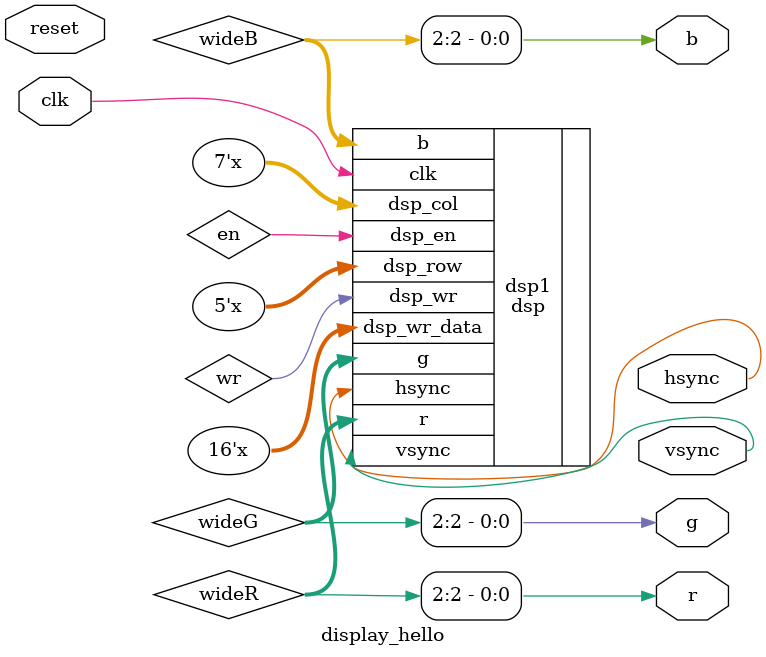
<source format=v>

module display_hello(clk, reset, hsync, vsync, r, g, b);

    input clk;
    input reset;
    output hsync;
    output vsync;
    output r;
    output g;
    output b;

	wire[2:0] wideR;
	wire[2:0] wideG;
	wire[2:0] wideB;
	assign r = wideR[2];
	assign g = wideG[2];
	assign b = wideB[2];

	dsp dsp1 (.clk(clk),
		.dsp_row(addr[13:9]), // TODO
		.dsp_col(addr[8:2]), // TODO
		.dsp_en(en), // TODO
		.dsp_wr(wr), // TODO
		.dsp_wr_data(data_in[15:0]), // TODO
		// .dsp_rd_data(data_out[15:0]), // TODO unused, remove if no problem
		.hsync(hsync),
		.vsync(vsync),
		.r(wideR[2:0]),
		.g(wideG[2:0]),
		.b(wideB[2:0]));

endmodule

</source>
